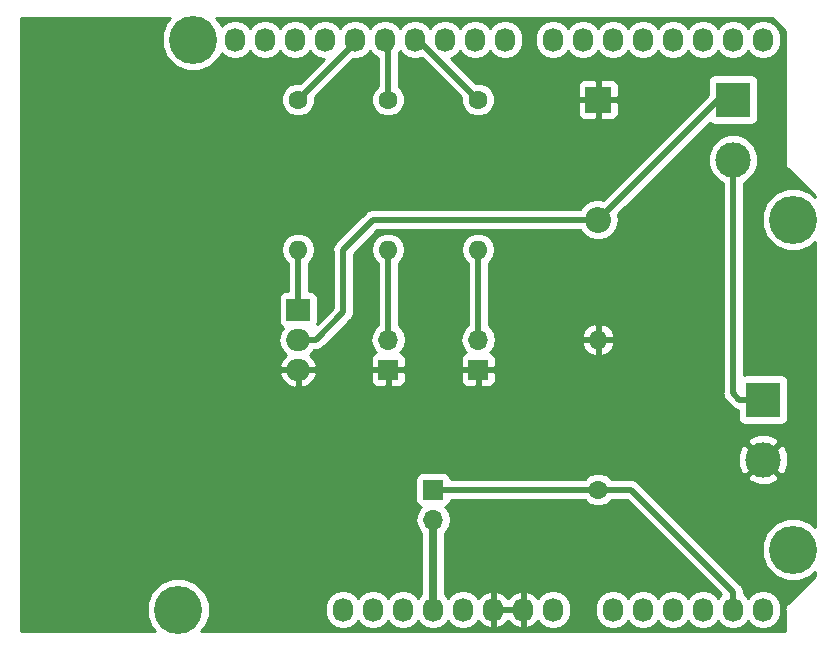
<source format=gtl>
G04 #@! TF.GenerationSoftware,KiCad,Pcbnew,(5.0.2)-1*
G04 #@! TF.CreationDate,2018-12-31T00:39:44+01:00*
G04 #@! TF.ProjectId,pcb,7063622e-6b69-4636-9164-5f7063625858,1.1*
G04 #@! TF.SameCoordinates,Original*
G04 #@! TF.FileFunction,Copper,L1,Top*
G04 #@! TF.FilePolarity,Positive*
%FSLAX46Y46*%
G04 Gerber Fmt 4.6, Leading zero omitted, Abs format (unit mm)*
G04 Created by KiCad (PCBNEW (5.0.2)-1) date 31/12/2018 00:39:44*
%MOMM*%
%LPD*%
G01*
G04 APERTURE LIST*
G04 #@! TA.AperFunction,ComponentPad*
%ADD10O,1.727200X2.032000*%
G04 #@! TD*
G04 #@! TA.AperFunction,ComponentPad*
%ADD11C,4.064000*%
G04 #@! TD*
G04 #@! TA.AperFunction,ComponentPad*
%ADD12O,2.200000X2.200000*%
G04 #@! TD*
G04 #@! TA.AperFunction,ComponentPad*
%ADD13R,2.200000X2.200000*%
G04 #@! TD*
G04 #@! TA.AperFunction,ComponentPad*
%ADD14R,3.000000X3.000000*%
G04 #@! TD*
G04 #@! TA.AperFunction,ComponentPad*
%ADD15C,3.000000*%
G04 #@! TD*
G04 #@! TA.AperFunction,ComponentPad*
%ADD16O,2.000000X1.905000*%
G04 #@! TD*
G04 #@! TA.AperFunction,ComponentPad*
%ADD17R,2.000000X1.905000*%
G04 #@! TD*
G04 #@! TA.AperFunction,ComponentPad*
%ADD18C,1.600000*%
G04 #@! TD*
G04 #@! TA.AperFunction,ComponentPad*
%ADD19O,1.600000X1.600000*%
G04 #@! TD*
G04 #@! TA.AperFunction,ComponentPad*
%ADD20R,1.700000X1.700000*%
G04 #@! TD*
G04 #@! TA.AperFunction,ComponentPad*
%ADD21O,1.700000X1.700000*%
G04 #@! TD*
G04 #@! TA.AperFunction,Conductor*
%ADD22C,0.500000*%
G04 #@! TD*
G04 #@! TA.AperFunction,Conductor*
%ADD23C,0.700000*%
G04 #@! TD*
G04 #@! TA.AperFunction,Conductor*
%ADD24C,0.254000*%
G04 #@! TD*
G04 APERTURE END LIST*
D10*
G04 #@! TO.P,P1,1*
G04 #@! TO.N,Net-(P1-Pad1)*
X138938000Y-123825000D03*
G04 #@! TO.P,P1,2*
G04 #@! TO.N,/IOREF*
X141478000Y-123825000D03*
G04 #@! TO.P,P1,3*
G04 #@! TO.N,/Reset*
X144018000Y-123825000D03*
G04 #@! TO.P,P1,4*
G04 #@! TO.N,+3V3*
X146558000Y-123825000D03*
G04 #@! TO.P,P1,5*
G04 #@! TO.N,Net-(P1-Pad5)*
X149098000Y-123825000D03*
G04 #@! TO.P,P1,6*
G04 #@! TO.N,GND*
X151638000Y-123825000D03*
G04 #@! TO.P,P1,7*
X154178000Y-123825000D03*
G04 #@! TO.P,P1,8*
G04 #@! TO.N,/Vin*
X156718000Y-123825000D03*
G04 #@! TD*
G04 #@! TO.P,P2,1*
G04 #@! TO.N,/A0*
X161798000Y-123825000D03*
G04 #@! TO.P,P2,2*
G04 #@! TO.N,/A1*
X164338000Y-123825000D03*
G04 #@! TO.P,P2,3*
G04 #@! TO.N,/A2*
X166878000Y-123825000D03*
G04 #@! TO.P,P2,4*
G04 #@! TO.N,/A3*
X169418000Y-123825000D03*
G04 #@! TO.P,P2,5*
G04 #@! TO.N,/A4(SDA)*
X171958000Y-123825000D03*
G04 #@! TO.P,P2,6*
G04 #@! TO.N,/A5(SCL)*
X174498000Y-123825000D03*
G04 #@! TD*
G04 #@! TO.P,P3,1*
G04 #@! TO.N,Net-(P3-Pad1)*
X129794000Y-75565000D03*
G04 #@! TO.P,P3,2*
G04 #@! TO.N,Net-(P3-Pad2)*
X132334000Y-75565000D03*
G04 #@! TO.P,P3,3*
G04 #@! TO.N,/AREF*
X134874000Y-75565000D03*
G04 #@! TO.P,P3,4*
G04 #@! TO.N,Net-(P3-Pad4)*
X137414000Y-75565000D03*
G04 #@! TO.P,P3,5*
G04 #@! TO.N,/13(SCK)*
X139954000Y-75565000D03*
G04 #@! TO.P,P3,6*
G04 #@! TO.N,/12(MISO)*
X142494000Y-75565000D03*
G04 #@! TO.P,P3,7*
G04 #@! TO.N,/11(\002A\002A/MOSI)*
X145034000Y-75565000D03*
G04 #@! TO.P,P3,8*
G04 #@! TO.N,/10(\002A\002A/SS)*
X147574000Y-75565000D03*
G04 #@! TO.P,P3,9*
G04 #@! TO.N,/9(\002A\002A)*
X150114000Y-75565000D03*
G04 #@! TO.P,P3,10*
G04 #@! TO.N,/8*
X152654000Y-75565000D03*
G04 #@! TD*
G04 #@! TO.P,P4,1*
G04 #@! TO.N,/7*
X156718000Y-75565000D03*
G04 #@! TO.P,P4,2*
G04 #@! TO.N,/6(\002A\002A)*
X159258000Y-75565000D03*
G04 #@! TO.P,P4,3*
G04 #@! TO.N,/5(\002A\002A)*
X161798000Y-75565000D03*
G04 #@! TO.P,P4,4*
G04 #@! TO.N,/4*
X164338000Y-75565000D03*
G04 #@! TO.P,P4,5*
G04 #@! TO.N,/3(\002A\002A)*
X166878000Y-75565000D03*
G04 #@! TO.P,P4,6*
G04 #@! TO.N,/2*
X169418000Y-75565000D03*
G04 #@! TO.P,P4,7*
G04 #@! TO.N,/1(Tx)*
X171958000Y-75565000D03*
G04 #@! TO.P,P4,8*
G04 #@! TO.N,/0(Rx)*
X174498000Y-75565000D03*
G04 #@! TD*
D11*
G04 #@! TO.P,P5,1*
G04 #@! TO.N,Net-(P5-Pad1)*
X124968000Y-123825000D03*
G04 #@! TD*
G04 #@! TO.P,P6,1*
G04 #@! TO.N,Net-(P6-Pad1)*
X177038000Y-118745000D03*
G04 #@! TD*
G04 #@! TO.P,P7,1*
G04 #@! TO.N,Net-(P7-Pad1)*
X126238000Y-75565000D03*
G04 #@! TD*
G04 #@! TO.P,P8,1*
G04 #@! TO.N,Net-(P8-Pad1)*
X177038000Y-90805000D03*
G04 #@! TD*
D12*
G04 #@! TO.P,D1,2*
G04 #@! TO.N,Net-(D1-Pad2)*
X160528000Y-90805000D03*
D13*
G04 #@! TO.P,D1,1*
G04 #@! TO.N,GND*
X160528000Y-80645000D03*
G04 #@! TD*
D14*
G04 #@! TO.P,J_ALIM1,1*
G04 #@! TO.N,Net-(J_ALIM1-Pad1)*
X174498000Y-106045000D03*
D15*
G04 #@! TO.P,J_ALIM1,2*
G04 #@! TO.N,GND*
X174498000Y-111125000D03*
G04 #@! TD*
G04 #@! TO.P,J_MAGNET1,2*
G04 #@! TO.N,Net-(J_ALIM1-Pad1)*
X171958000Y-85725000D03*
D14*
G04 #@! TO.P,J_MAGNET1,1*
G04 #@! TO.N,Net-(D1-Pad2)*
X171958000Y-80645000D03*
G04 #@! TD*
D16*
G04 #@! TO.P,Q1,3*
G04 #@! TO.N,GND*
X135128000Y-103505000D03*
G04 #@! TO.P,Q1,2*
G04 #@! TO.N,Net-(D1-Pad2)*
X135128000Y-100965000D03*
D17*
G04 #@! TO.P,Q1,1*
G04 #@! TO.N,Net-(Q1-Pad1)*
X135128000Y-98425000D03*
G04 #@! TD*
D18*
G04 #@! TO.P,R1,1*
G04 #@! TO.N,/13(SCK)*
X135128000Y-80645000D03*
D19*
G04 #@! TO.P,R1,2*
G04 #@! TO.N,Net-(Q1-Pad1)*
X135128000Y-93345000D03*
G04 #@! TD*
D18*
G04 #@! TO.P,R2,1*
G04 #@! TO.N,/12(MISO)*
X142748000Y-80645000D03*
D19*
G04 #@! TO.P,R2,2*
G04 #@! TO.N,Net-(DGREEN1-Pad2)*
X142748000Y-93345000D03*
G04 #@! TD*
G04 #@! TO.P,R3,2*
G04 #@! TO.N,Net-(DRED1-Pad2)*
X150368000Y-93345000D03*
D18*
G04 #@! TO.P,R3,1*
G04 #@! TO.N,/11(\002A\002A/MOSI)*
X150368000Y-80645000D03*
G04 #@! TD*
D19*
G04 #@! TO.P,R4,2*
G04 #@! TO.N,GND*
X160528000Y-100965000D03*
D18*
G04 #@! TO.P,R4,1*
G04 #@! TO.N,/A4(SDA)*
X160528000Y-113665000D03*
G04 #@! TD*
D20*
G04 #@! TO.P,R0,1*
G04 #@! TO.N,/A4(SDA)*
X146558000Y-113665000D03*
D21*
G04 #@! TO.P,R0,2*
G04 #@! TO.N,+3V3*
X146558000Y-116205000D03*
G04 #@! TD*
D20*
G04 #@! TO.P,DGREEN1,1*
G04 #@! TO.N,GND*
X142748000Y-103505000D03*
D21*
G04 #@! TO.P,DGREEN1,2*
G04 #@! TO.N,Net-(DGREEN1-Pad2)*
X142748000Y-100965000D03*
G04 #@! TD*
G04 #@! TO.P,DRED1,2*
G04 #@! TO.N,Net-(DRED1-Pad2)*
X150368000Y-100965000D03*
D20*
G04 #@! TO.P,DRED1,1*
G04 #@! TO.N,GND*
X150368000Y-103505000D03*
G04 #@! TD*
D22*
G04 #@! TO.N,/A4(SDA)*
X171958000Y-123825000D02*
X171958000Y-123672600D01*
X147908000Y-113665000D02*
X160528000Y-113665000D01*
X146558000Y-113665000D02*
X147908000Y-113665000D01*
X161659370Y-113665000D02*
X160528000Y-113665000D01*
X163314000Y-113665000D02*
X161659370Y-113665000D01*
X171958000Y-122309000D02*
X163314000Y-113665000D01*
X171958000Y-123825000D02*
X171958000Y-122309000D01*
G04 #@! TO.N,/13(SCK)*
X139954000Y-75565000D02*
X139954000Y-75717400D01*
X139954000Y-75819000D02*
X139954000Y-75565000D01*
X135128000Y-80645000D02*
X139954000Y-75819000D01*
D23*
G04 #@! TO.N,+3V3*
X146558000Y-122109000D02*
X146558000Y-116205000D01*
X146558000Y-123825000D02*
X146558000Y-122109000D01*
D22*
G04 #@! TO.N,/12(MISO)*
X142494000Y-75565000D02*
X142494000Y-75717400D01*
X142748000Y-75819000D02*
X142494000Y-75565000D01*
X142748000Y-80645000D02*
X142748000Y-75819000D01*
G04 #@! TO.N,/11(\002A\002A/MOSI)*
X145034000Y-75717400D02*
X145034000Y-75565000D01*
X145288000Y-75565000D02*
X145034000Y-75565000D01*
X150368000Y-80645000D02*
X145288000Y-75565000D01*
G04 #@! TO.N,Net-(D1-Pad2)*
X136628000Y-100965000D02*
X138938000Y-98655000D01*
X135128000Y-100965000D02*
X136628000Y-100965000D01*
X138938000Y-98655000D02*
X138938000Y-93345000D01*
X138938000Y-93345000D02*
X141478000Y-90805000D01*
X141478000Y-90805000D02*
X160528000Y-90805000D01*
X170688000Y-80645000D02*
X171958000Y-80645000D01*
X160528000Y-90805000D02*
X170688000Y-80645000D01*
G04 #@! TO.N,Net-(DGREEN1-Pad2)*
X142748000Y-100965000D02*
X142748000Y-93345000D01*
G04 #@! TO.N,Net-(DRED1-Pad2)*
X150368000Y-100965000D02*
X150368000Y-93345000D01*
G04 #@! TO.N,Net-(J_ALIM1-Pad1)*
X171958000Y-87846320D02*
X171958000Y-85725000D01*
X171958000Y-105505000D02*
X171958000Y-87846320D01*
X172498000Y-106045000D02*
X171958000Y-105505000D01*
X174498000Y-106045000D02*
X172498000Y-106045000D01*
G04 #@! TO.N,Net-(Q1-Pad1)*
X135128000Y-93345000D02*
X135128000Y-98425000D01*
G04 #@! TD*
D24*
G04 #@! TO.N,GND*
G36*
X123977026Y-74054266D02*
X123571000Y-75034501D01*
X123571000Y-76095499D01*
X123977026Y-77075734D01*
X124727266Y-77825974D01*
X125707501Y-78232000D01*
X126768499Y-78232000D01*
X127748734Y-77825974D01*
X128498974Y-77075734D01*
X128652156Y-76705918D01*
X128713570Y-76797830D01*
X129209276Y-77129050D01*
X129794000Y-77245359D01*
X130378725Y-77129050D01*
X130874430Y-76797830D01*
X131064000Y-76514119D01*
X131253570Y-76797830D01*
X131749276Y-77129050D01*
X132334000Y-77245359D01*
X132918725Y-77129050D01*
X133414430Y-76797830D01*
X133604000Y-76514119D01*
X133793570Y-76797830D01*
X134289276Y-77129050D01*
X134874000Y-77245359D01*
X135458725Y-77129050D01*
X135954430Y-76797830D01*
X136144000Y-76514119D01*
X136333570Y-76797830D01*
X136829276Y-77129050D01*
X137298948Y-77222474D01*
X135311422Y-79210000D01*
X134842561Y-79210000D01*
X134315138Y-79428466D01*
X133911466Y-79832138D01*
X133693000Y-80359561D01*
X133693000Y-80930439D01*
X133911466Y-81457862D01*
X134315138Y-81861534D01*
X134842561Y-82080000D01*
X135413439Y-82080000D01*
X135940862Y-81861534D01*
X136344534Y-81457862D01*
X136563000Y-80930439D01*
X136563000Y-80461578D01*
X139808218Y-77216361D01*
X139954000Y-77245359D01*
X140538725Y-77129050D01*
X141034430Y-76797830D01*
X141224000Y-76514119D01*
X141413570Y-76797830D01*
X141863001Y-77098130D01*
X141863000Y-79500604D01*
X141531466Y-79832138D01*
X141313000Y-80359561D01*
X141313000Y-80930439D01*
X141531466Y-81457862D01*
X141935138Y-81861534D01*
X142462561Y-82080000D01*
X143033439Y-82080000D01*
X143560862Y-81861534D01*
X143964534Y-81457862D01*
X144183000Y-80930439D01*
X144183000Y-80359561D01*
X143964534Y-79832138D01*
X143633000Y-79500604D01*
X143633000Y-76710174D01*
X143764000Y-76514119D01*
X143953570Y-76797830D01*
X144449276Y-77129050D01*
X145034000Y-77245359D01*
X145603500Y-77132078D01*
X148933000Y-80461579D01*
X148933000Y-80930439D01*
X149151466Y-81457862D01*
X149555138Y-81861534D01*
X150082561Y-82080000D01*
X150653439Y-82080000D01*
X151180862Y-81861534D01*
X151584534Y-81457862D01*
X151802871Y-80930750D01*
X158793000Y-80930750D01*
X158793000Y-81871309D01*
X158889673Y-82104698D01*
X159068301Y-82283327D01*
X159301690Y-82380000D01*
X160242250Y-82380000D01*
X160401000Y-82221250D01*
X160401000Y-80772000D01*
X160655000Y-80772000D01*
X160655000Y-82221250D01*
X160813750Y-82380000D01*
X161754310Y-82380000D01*
X161987699Y-82283327D01*
X162166327Y-82104698D01*
X162263000Y-81871309D01*
X162263000Y-80930750D01*
X162104250Y-80772000D01*
X160655000Y-80772000D01*
X160401000Y-80772000D01*
X158951750Y-80772000D01*
X158793000Y-80930750D01*
X151802871Y-80930750D01*
X151803000Y-80930439D01*
X151803000Y-80359561D01*
X151584534Y-79832138D01*
X151180862Y-79428466D01*
X151157264Y-79418691D01*
X158793000Y-79418691D01*
X158793000Y-80359250D01*
X158951750Y-80518000D01*
X160401000Y-80518000D01*
X160401000Y-79068750D01*
X160655000Y-79068750D01*
X160655000Y-80518000D01*
X162104250Y-80518000D01*
X162263000Y-80359250D01*
X162263000Y-79418691D01*
X162166327Y-79185302D01*
X161987699Y-79006673D01*
X161754310Y-78910000D01*
X160813750Y-78910000D01*
X160655000Y-79068750D01*
X160401000Y-79068750D01*
X160242250Y-78910000D01*
X159301690Y-78910000D01*
X159068301Y-79006673D01*
X158889673Y-79185302D01*
X158793000Y-79418691D01*
X151157264Y-79418691D01*
X150653439Y-79210000D01*
X150184579Y-79210000D01*
X148112770Y-77138191D01*
X148158725Y-77129050D01*
X148654430Y-76797830D01*
X148844000Y-76514119D01*
X149033570Y-76797830D01*
X149529276Y-77129050D01*
X150114000Y-77245359D01*
X150698725Y-77129050D01*
X151194430Y-76797830D01*
X151384000Y-76514119D01*
X151573570Y-76797830D01*
X152069276Y-77129050D01*
X152654000Y-77245359D01*
X153238725Y-77129050D01*
X153734430Y-76797830D01*
X154065650Y-76302124D01*
X154152600Y-75864997D01*
X154152600Y-75265003D01*
X155219400Y-75265003D01*
X155219400Y-75864998D01*
X155306350Y-76302125D01*
X155637570Y-76797830D01*
X156133276Y-77129050D01*
X156718000Y-77245359D01*
X157302725Y-77129050D01*
X157798430Y-76797830D01*
X157988000Y-76514119D01*
X158177570Y-76797830D01*
X158673276Y-77129050D01*
X159258000Y-77245359D01*
X159842725Y-77129050D01*
X160338430Y-76797830D01*
X160528000Y-76514119D01*
X160717570Y-76797830D01*
X161213276Y-77129050D01*
X161798000Y-77245359D01*
X162382725Y-77129050D01*
X162878430Y-76797830D01*
X163068000Y-76514119D01*
X163257570Y-76797830D01*
X163753276Y-77129050D01*
X164338000Y-77245359D01*
X164922725Y-77129050D01*
X165418430Y-76797830D01*
X165608000Y-76514119D01*
X165797570Y-76797830D01*
X166293276Y-77129050D01*
X166878000Y-77245359D01*
X167462725Y-77129050D01*
X167958430Y-76797830D01*
X168148000Y-76514119D01*
X168337570Y-76797830D01*
X168833276Y-77129050D01*
X169418000Y-77245359D01*
X170002725Y-77129050D01*
X170498430Y-76797830D01*
X170688000Y-76514119D01*
X170877570Y-76797830D01*
X171373276Y-77129050D01*
X171958000Y-77245359D01*
X172542725Y-77129050D01*
X173038430Y-76797830D01*
X173228000Y-76514119D01*
X173417570Y-76797830D01*
X173913276Y-77129050D01*
X174498000Y-77245359D01*
X175082725Y-77129050D01*
X175578430Y-76797830D01*
X175909650Y-76302124D01*
X175996600Y-75864997D01*
X175996600Y-75265002D01*
X175909650Y-74827875D01*
X175578430Y-74332170D01*
X175082724Y-74000950D01*
X174498000Y-73884641D01*
X173913275Y-74000950D01*
X173417570Y-74332170D01*
X173228000Y-74615881D01*
X173038430Y-74332170D01*
X172542724Y-74000950D01*
X171958000Y-73884641D01*
X171373275Y-74000950D01*
X170877570Y-74332170D01*
X170688000Y-74615881D01*
X170498430Y-74332170D01*
X170002724Y-74000950D01*
X169418000Y-73884641D01*
X168833275Y-74000950D01*
X168337570Y-74332170D01*
X168148000Y-74615881D01*
X167958430Y-74332170D01*
X167462724Y-74000950D01*
X166878000Y-73884641D01*
X166293275Y-74000950D01*
X165797570Y-74332170D01*
X165608000Y-74615881D01*
X165418430Y-74332170D01*
X164922724Y-74000950D01*
X164338000Y-73884641D01*
X163753275Y-74000950D01*
X163257570Y-74332170D01*
X163068000Y-74615881D01*
X162878430Y-74332170D01*
X162382724Y-74000950D01*
X161798000Y-73884641D01*
X161213275Y-74000950D01*
X160717570Y-74332170D01*
X160528000Y-74615881D01*
X160338430Y-74332170D01*
X159842724Y-74000950D01*
X159258000Y-73884641D01*
X158673275Y-74000950D01*
X158177570Y-74332170D01*
X157988000Y-74615881D01*
X157798430Y-74332170D01*
X157302724Y-74000950D01*
X156718000Y-73884641D01*
X156133275Y-74000950D01*
X155637570Y-74332170D01*
X155306350Y-74827876D01*
X155219400Y-75265003D01*
X154152600Y-75265003D01*
X154152600Y-75265002D01*
X154065650Y-74827875D01*
X153734430Y-74332170D01*
X153238724Y-74000950D01*
X152654000Y-73884641D01*
X152069275Y-74000950D01*
X151573570Y-74332170D01*
X151384000Y-74615881D01*
X151194430Y-74332170D01*
X150698724Y-74000950D01*
X150114000Y-73884641D01*
X149529275Y-74000950D01*
X149033570Y-74332170D01*
X148844000Y-74615881D01*
X148654430Y-74332170D01*
X148158724Y-74000950D01*
X147574000Y-73884641D01*
X146989275Y-74000950D01*
X146493570Y-74332170D01*
X146304000Y-74615881D01*
X146114430Y-74332170D01*
X145618724Y-74000950D01*
X145034000Y-73884641D01*
X144449275Y-74000950D01*
X143953570Y-74332170D01*
X143764000Y-74615881D01*
X143574430Y-74332170D01*
X143078724Y-74000950D01*
X142494000Y-73884641D01*
X141909275Y-74000950D01*
X141413570Y-74332170D01*
X141224000Y-74615881D01*
X141034430Y-74332170D01*
X140538724Y-74000950D01*
X139954000Y-73884641D01*
X139369275Y-74000950D01*
X138873570Y-74332170D01*
X138684000Y-74615881D01*
X138494430Y-74332170D01*
X137998724Y-74000950D01*
X137414000Y-73884641D01*
X136829275Y-74000950D01*
X136333570Y-74332170D01*
X136144000Y-74615881D01*
X135954430Y-74332170D01*
X135458724Y-74000950D01*
X134874000Y-73884641D01*
X134289275Y-74000950D01*
X133793570Y-74332170D01*
X133604000Y-74615881D01*
X133414430Y-74332170D01*
X132918724Y-74000950D01*
X132334000Y-73884641D01*
X131749275Y-74000950D01*
X131253570Y-74332170D01*
X131064000Y-74615881D01*
X130874430Y-74332170D01*
X130378724Y-74000950D01*
X129794000Y-73884641D01*
X129209275Y-74000950D01*
X128713570Y-74332170D01*
X128652156Y-74424082D01*
X128498974Y-74054266D01*
X128179708Y-73735000D01*
X175219910Y-73735000D01*
X176328001Y-74843092D01*
X176328000Y-85909076D01*
X176314091Y-85979000D01*
X176328000Y-86048924D01*
X176328000Y-86048925D01*
X176369195Y-86256027D01*
X176526119Y-86490880D01*
X176585402Y-86530492D01*
X178868001Y-88813092D01*
X178868001Y-88863293D01*
X178548734Y-88544026D01*
X177568499Y-88138000D01*
X176507501Y-88138000D01*
X175527266Y-88544026D01*
X174777026Y-89294266D01*
X174371000Y-90274501D01*
X174371000Y-91335499D01*
X174777026Y-92315734D01*
X175527266Y-93065974D01*
X176507501Y-93472000D01*
X177568499Y-93472000D01*
X178548734Y-93065974D01*
X178868001Y-92746707D01*
X178868000Y-116803292D01*
X178548734Y-116484026D01*
X177568499Y-116078000D01*
X176507501Y-116078000D01*
X175527266Y-116484026D01*
X174777026Y-117234266D01*
X174371000Y-118214501D01*
X174371000Y-119275499D01*
X174777026Y-120255734D01*
X175527266Y-121005974D01*
X176507501Y-121412000D01*
X177568499Y-121412000D01*
X178548734Y-121005974D01*
X178868000Y-120686708D01*
X178868000Y-120990909D01*
X176585402Y-123273508D01*
X176526120Y-123313119D01*
X176384544Y-123525002D01*
X176369196Y-123547972D01*
X176314091Y-123825000D01*
X176328001Y-123894929D01*
X176328000Y-125655000D01*
X126909708Y-125655000D01*
X127228974Y-125335734D01*
X127635000Y-124355499D01*
X127635000Y-123525003D01*
X137439400Y-123525003D01*
X137439400Y-124124998D01*
X137526350Y-124562125D01*
X137857570Y-125057830D01*
X138353276Y-125389050D01*
X138938000Y-125505359D01*
X139522725Y-125389050D01*
X140018430Y-125057830D01*
X140208000Y-124774119D01*
X140397570Y-125057830D01*
X140893276Y-125389050D01*
X141478000Y-125505359D01*
X142062725Y-125389050D01*
X142558430Y-125057830D01*
X142748000Y-124774119D01*
X142937570Y-125057830D01*
X143433276Y-125389050D01*
X144018000Y-125505359D01*
X144602725Y-125389050D01*
X145098430Y-125057830D01*
X145288000Y-124774119D01*
X145477570Y-125057830D01*
X145973276Y-125389050D01*
X146558000Y-125505359D01*
X147142725Y-125389050D01*
X147638430Y-125057830D01*
X147828000Y-124774119D01*
X148017570Y-125057830D01*
X148513276Y-125389050D01*
X149098000Y-125505359D01*
X149682725Y-125389050D01*
X150178430Y-125057830D01*
X150371909Y-124768267D01*
X150735964Y-125175732D01*
X151263209Y-125429709D01*
X151278974Y-125432358D01*
X151511000Y-125311217D01*
X151511000Y-123952000D01*
X151765000Y-123952000D01*
X151765000Y-125311217D01*
X151997026Y-125432358D01*
X152012791Y-125429709D01*
X152540036Y-125175732D01*
X152908000Y-124763892D01*
X153275964Y-125175732D01*
X153803209Y-125429709D01*
X153818974Y-125432358D01*
X154051000Y-125311217D01*
X154051000Y-123952000D01*
X151765000Y-123952000D01*
X151511000Y-123952000D01*
X151491000Y-123952000D01*
X151491000Y-123698000D01*
X151511000Y-123698000D01*
X151511000Y-122338783D01*
X151765000Y-122338783D01*
X151765000Y-123698000D01*
X154051000Y-123698000D01*
X154051000Y-122338783D01*
X154305000Y-122338783D01*
X154305000Y-123698000D01*
X154325000Y-123698000D01*
X154325000Y-123952000D01*
X154305000Y-123952000D01*
X154305000Y-125311217D01*
X154537026Y-125432358D01*
X154552791Y-125429709D01*
X155080036Y-125175732D01*
X155444090Y-124768268D01*
X155637570Y-125057830D01*
X156133276Y-125389050D01*
X156718000Y-125505359D01*
X157302725Y-125389050D01*
X157798430Y-125057830D01*
X158129650Y-124562124D01*
X158216600Y-124124997D01*
X158216600Y-123525002D01*
X158129650Y-123087875D01*
X157798430Y-122592170D01*
X157302724Y-122260950D01*
X156718000Y-122144641D01*
X156133275Y-122260950D01*
X155637570Y-122592170D01*
X155444091Y-122881733D01*
X155080036Y-122474268D01*
X154552791Y-122220291D01*
X154537026Y-122217642D01*
X154305000Y-122338783D01*
X154051000Y-122338783D01*
X153818974Y-122217642D01*
X153803209Y-122220291D01*
X153275964Y-122474268D01*
X152908000Y-122886108D01*
X152540036Y-122474268D01*
X152012791Y-122220291D01*
X151997026Y-122217642D01*
X151765000Y-122338783D01*
X151511000Y-122338783D01*
X151278974Y-122217642D01*
X151263209Y-122220291D01*
X150735964Y-122474268D01*
X150371910Y-122881732D01*
X150178430Y-122592170D01*
X149682724Y-122260950D01*
X149098000Y-122144641D01*
X148513275Y-122260950D01*
X148017570Y-122592170D01*
X147828000Y-122875881D01*
X147638430Y-122592170D01*
X147543000Y-122528406D01*
X147543000Y-117332838D01*
X147628625Y-117275625D01*
X147956839Y-116784418D01*
X148072092Y-116205000D01*
X147956839Y-115625582D01*
X147628625Y-115134375D01*
X147610381Y-115122184D01*
X147655765Y-115113157D01*
X147865809Y-114972809D01*
X148006157Y-114762765D01*
X148048478Y-114550000D01*
X159383604Y-114550000D01*
X159715138Y-114881534D01*
X160242561Y-115100000D01*
X160813439Y-115100000D01*
X161340862Y-114881534D01*
X161672396Y-114550000D01*
X162947422Y-114550000D01*
X170944722Y-122547301D01*
X170877570Y-122592170D01*
X170688000Y-122875881D01*
X170498430Y-122592170D01*
X170002724Y-122260950D01*
X169418000Y-122144641D01*
X168833275Y-122260950D01*
X168337570Y-122592170D01*
X168148000Y-122875881D01*
X167958430Y-122592170D01*
X167462724Y-122260950D01*
X166878000Y-122144641D01*
X166293275Y-122260950D01*
X165797570Y-122592170D01*
X165608000Y-122875881D01*
X165418430Y-122592170D01*
X164922724Y-122260950D01*
X164338000Y-122144641D01*
X163753275Y-122260950D01*
X163257570Y-122592170D01*
X163068000Y-122875881D01*
X162878430Y-122592170D01*
X162382724Y-122260950D01*
X161798000Y-122144641D01*
X161213275Y-122260950D01*
X160717570Y-122592170D01*
X160386350Y-123087876D01*
X160299400Y-123525003D01*
X160299400Y-124124998D01*
X160386350Y-124562125D01*
X160717570Y-125057830D01*
X161213276Y-125389050D01*
X161798000Y-125505359D01*
X162382725Y-125389050D01*
X162878430Y-125057830D01*
X163068000Y-124774119D01*
X163257570Y-125057830D01*
X163753276Y-125389050D01*
X164338000Y-125505359D01*
X164922725Y-125389050D01*
X165418430Y-125057830D01*
X165608000Y-124774119D01*
X165797570Y-125057830D01*
X166293276Y-125389050D01*
X166878000Y-125505359D01*
X167462725Y-125389050D01*
X167958430Y-125057830D01*
X168148000Y-124774119D01*
X168337570Y-125057830D01*
X168833276Y-125389050D01*
X169418000Y-125505359D01*
X170002725Y-125389050D01*
X170498430Y-125057830D01*
X170688000Y-124774119D01*
X170877570Y-125057830D01*
X171373276Y-125389050D01*
X171958000Y-125505359D01*
X172542725Y-125389050D01*
X173038430Y-125057830D01*
X173228000Y-124774119D01*
X173417570Y-125057830D01*
X173913276Y-125389050D01*
X174498000Y-125505359D01*
X175082725Y-125389050D01*
X175578430Y-125057830D01*
X175909650Y-124562124D01*
X175996600Y-124124997D01*
X175996600Y-123525002D01*
X175909650Y-123087875D01*
X175578430Y-122592170D01*
X175082724Y-122260950D01*
X174498000Y-122144641D01*
X173913275Y-122260950D01*
X173417570Y-122592170D01*
X173228000Y-122875881D01*
X173038430Y-122592170D01*
X172843000Y-122461588D01*
X172843000Y-122396160D01*
X172860337Y-122308999D01*
X172843000Y-122221838D01*
X172843000Y-122221835D01*
X172791652Y-121963690D01*
X172596049Y-121670951D01*
X172522156Y-121621577D01*
X164001425Y-113100847D01*
X163952049Y-113026951D01*
X163659310Y-112831348D01*
X163401165Y-112780000D01*
X163401161Y-112780000D01*
X163314000Y-112762663D01*
X163226839Y-112780000D01*
X161672396Y-112780000D01*
X161531366Y-112638970D01*
X173163635Y-112638970D01*
X173323418Y-112957739D01*
X174114187Y-113267723D01*
X174963387Y-113251497D01*
X175672582Y-112957739D01*
X175832365Y-112638970D01*
X174498000Y-111304605D01*
X173163635Y-112638970D01*
X161531366Y-112638970D01*
X161340862Y-112448466D01*
X160813439Y-112230000D01*
X160242561Y-112230000D01*
X159715138Y-112448466D01*
X159383604Y-112780000D01*
X148048478Y-112780000D01*
X148006157Y-112567235D01*
X147865809Y-112357191D01*
X147655765Y-112216843D01*
X147408000Y-112167560D01*
X145708000Y-112167560D01*
X145460235Y-112216843D01*
X145250191Y-112357191D01*
X145109843Y-112567235D01*
X145060560Y-112815000D01*
X145060560Y-114515000D01*
X145109843Y-114762765D01*
X145250191Y-114972809D01*
X145460235Y-115113157D01*
X145505619Y-115122184D01*
X145487375Y-115134375D01*
X145159161Y-115625582D01*
X145043908Y-116205000D01*
X145159161Y-116784418D01*
X145487375Y-117275625D01*
X145573001Y-117332838D01*
X145573000Y-122206011D01*
X145573001Y-122206016D01*
X145573001Y-122528405D01*
X145477570Y-122592170D01*
X145288000Y-122875881D01*
X145098430Y-122592170D01*
X144602724Y-122260950D01*
X144018000Y-122144641D01*
X143433275Y-122260950D01*
X142937570Y-122592170D01*
X142748000Y-122875881D01*
X142558430Y-122592170D01*
X142062724Y-122260950D01*
X141478000Y-122144641D01*
X140893275Y-122260950D01*
X140397570Y-122592170D01*
X140208000Y-122875881D01*
X140018430Y-122592170D01*
X139522724Y-122260950D01*
X138938000Y-122144641D01*
X138353275Y-122260950D01*
X137857570Y-122592170D01*
X137526350Y-123087876D01*
X137439400Y-123525003D01*
X127635000Y-123525003D01*
X127635000Y-123294501D01*
X127228974Y-122314266D01*
X126478734Y-121564026D01*
X125498499Y-121158000D01*
X124437501Y-121158000D01*
X123457266Y-121564026D01*
X122707026Y-122314266D01*
X122301000Y-123294501D01*
X122301000Y-124355499D01*
X122707026Y-125335734D01*
X123026292Y-125655000D01*
X111708000Y-125655000D01*
X111708000Y-110741187D01*
X172355277Y-110741187D01*
X172371503Y-111590387D01*
X172665261Y-112299582D01*
X172984030Y-112459365D01*
X174318395Y-111125000D01*
X174677605Y-111125000D01*
X176011970Y-112459365D01*
X176330739Y-112299582D01*
X176640723Y-111508813D01*
X176624497Y-110659613D01*
X176330739Y-109950418D01*
X176011970Y-109790635D01*
X174677605Y-111125000D01*
X174318395Y-111125000D01*
X172984030Y-109790635D01*
X172665261Y-109950418D01*
X172355277Y-110741187D01*
X111708000Y-110741187D01*
X111708000Y-109611030D01*
X173163635Y-109611030D01*
X174498000Y-110945395D01*
X175832365Y-109611030D01*
X175672582Y-109292261D01*
X174881813Y-108982277D01*
X174032613Y-108998503D01*
X173323418Y-109292261D01*
X173163635Y-109611030D01*
X111708000Y-109611030D01*
X111708000Y-103877980D01*
X133537437Y-103877980D01*
X133752027Y-104371924D01*
X134184909Y-104814318D01*
X134754136Y-105057380D01*
X135001000Y-104930572D01*
X135001000Y-103632000D01*
X135255000Y-103632000D01*
X135255000Y-104930572D01*
X135501864Y-105057380D01*
X136071091Y-104814318D01*
X136503973Y-104371924D01*
X136718563Y-103877980D01*
X136676020Y-103790750D01*
X141263000Y-103790750D01*
X141263000Y-104481310D01*
X141359673Y-104714699D01*
X141538302Y-104893327D01*
X141771691Y-104990000D01*
X142462250Y-104990000D01*
X142621000Y-104831250D01*
X142621000Y-103632000D01*
X142875000Y-103632000D01*
X142875000Y-104831250D01*
X143033750Y-104990000D01*
X143724309Y-104990000D01*
X143957698Y-104893327D01*
X144136327Y-104714699D01*
X144233000Y-104481310D01*
X144233000Y-103790750D01*
X148883000Y-103790750D01*
X148883000Y-104481310D01*
X148979673Y-104714699D01*
X149158302Y-104893327D01*
X149391691Y-104990000D01*
X150082250Y-104990000D01*
X150241000Y-104831250D01*
X150241000Y-103632000D01*
X150495000Y-103632000D01*
X150495000Y-104831250D01*
X150653750Y-104990000D01*
X151344309Y-104990000D01*
X151577698Y-104893327D01*
X151756327Y-104714699D01*
X151853000Y-104481310D01*
X151853000Y-103790750D01*
X151694250Y-103632000D01*
X150495000Y-103632000D01*
X150241000Y-103632000D01*
X149041750Y-103632000D01*
X148883000Y-103790750D01*
X144233000Y-103790750D01*
X144074250Y-103632000D01*
X142875000Y-103632000D01*
X142621000Y-103632000D01*
X141421750Y-103632000D01*
X141263000Y-103790750D01*
X136676020Y-103790750D01*
X136598594Y-103632000D01*
X135255000Y-103632000D01*
X135001000Y-103632000D01*
X133657406Y-103632000D01*
X133537437Y-103877980D01*
X111708000Y-103877980D01*
X111708000Y-100965000D01*
X133461900Y-100965000D01*
X133585109Y-101584411D01*
X133935977Y-102109523D01*
X134137474Y-102244159D01*
X133752027Y-102638076D01*
X133537437Y-103132020D01*
X133657406Y-103378000D01*
X135001000Y-103378000D01*
X135001000Y-103358000D01*
X135255000Y-103358000D01*
X135255000Y-103378000D01*
X136598594Y-103378000D01*
X136718563Y-103132020D01*
X136503973Y-102638076D01*
X136118526Y-102244159D01*
X136320023Y-102109523D01*
X136493430Y-101850000D01*
X136540839Y-101850000D01*
X136628000Y-101867337D01*
X136715161Y-101850000D01*
X136715165Y-101850000D01*
X136973310Y-101798652D01*
X137266049Y-101603049D01*
X137315425Y-101529153D01*
X137879578Y-100965000D01*
X141233908Y-100965000D01*
X141349161Y-101544418D01*
X141677375Y-102035625D01*
X141699033Y-102050096D01*
X141538302Y-102116673D01*
X141359673Y-102295301D01*
X141263000Y-102528690D01*
X141263000Y-103219250D01*
X141421750Y-103378000D01*
X142621000Y-103378000D01*
X142621000Y-103358000D01*
X142875000Y-103358000D01*
X142875000Y-103378000D01*
X144074250Y-103378000D01*
X144233000Y-103219250D01*
X144233000Y-102528690D01*
X144136327Y-102295301D01*
X143957698Y-102116673D01*
X143796967Y-102050096D01*
X143818625Y-102035625D01*
X144146839Y-101544418D01*
X144262092Y-100965000D01*
X148853908Y-100965000D01*
X148969161Y-101544418D01*
X149297375Y-102035625D01*
X149319033Y-102050096D01*
X149158302Y-102116673D01*
X148979673Y-102295301D01*
X148883000Y-102528690D01*
X148883000Y-103219250D01*
X149041750Y-103378000D01*
X150241000Y-103378000D01*
X150241000Y-103358000D01*
X150495000Y-103358000D01*
X150495000Y-103378000D01*
X151694250Y-103378000D01*
X151853000Y-103219250D01*
X151853000Y-102528690D01*
X151756327Y-102295301D01*
X151577698Y-102116673D01*
X151416967Y-102050096D01*
X151438625Y-102035625D01*
X151766839Y-101544418D01*
X151812663Y-101314041D01*
X159136086Y-101314041D01*
X159375611Y-101820134D01*
X159790577Y-102196041D01*
X160178961Y-102356904D01*
X160401000Y-102234915D01*
X160401000Y-101092000D01*
X160655000Y-101092000D01*
X160655000Y-102234915D01*
X160877039Y-102356904D01*
X161265423Y-102196041D01*
X161680389Y-101820134D01*
X161919914Y-101314041D01*
X161798629Y-101092000D01*
X160655000Y-101092000D01*
X160401000Y-101092000D01*
X159257371Y-101092000D01*
X159136086Y-101314041D01*
X151812663Y-101314041D01*
X151882092Y-100965000D01*
X151812664Y-100615959D01*
X159136086Y-100615959D01*
X159257371Y-100838000D01*
X160401000Y-100838000D01*
X160401000Y-99695085D01*
X160655000Y-99695085D01*
X160655000Y-100838000D01*
X161798629Y-100838000D01*
X161919914Y-100615959D01*
X161680389Y-100109866D01*
X161265423Y-99733959D01*
X160877039Y-99573096D01*
X160655000Y-99695085D01*
X160401000Y-99695085D01*
X160178961Y-99573096D01*
X159790577Y-99733959D01*
X159375611Y-100109866D01*
X159136086Y-100615959D01*
X151812664Y-100615959D01*
X151766839Y-100385582D01*
X151438625Y-99894375D01*
X151253000Y-99770344D01*
X151253000Y-94479521D01*
X151402577Y-94379577D01*
X151719740Y-93904909D01*
X151831113Y-93345000D01*
X151719740Y-92785091D01*
X151402577Y-92310423D01*
X150927909Y-91993260D01*
X150509333Y-91910000D01*
X150226667Y-91910000D01*
X149808091Y-91993260D01*
X149333423Y-92310423D01*
X149016260Y-92785091D01*
X148904887Y-93345000D01*
X149016260Y-93904909D01*
X149333423Y-94379577D01*
X149483001Y-94479522D01*
X149483000Y-99770344D01*
X149297375Y-99894375D01*
X148969161Y-100385582D01*
X148853908Y-100965000D01*
X144262092Y-100965000D01*
X144146839Y-100385582D01*
X143818625Y-99894375D01*
X143633000Y-99770344D01*
X143633000Y-94479521D01*
X143782577Y-94379577D01*
X144099740Y-93904909D01*
X144211113Y-93345000D01*
X144099740Y-92785091D01*
X143782577Y-92310423D01*
X143307909Y-91993260D01*
X142889333Y-91910000D01*
X142606667Y-91910000D01*
X142188091Y-91993260D01*
X141713423Y-92310423D01*
X141396260Y-92785091D01*
X141284887Y-93345000D01*
X141396260Y-93904909D01*
X141713423Y-94379577D01*
X141863001Y-94479522D01*
X141863000Y-99770344D01*
X141677375Y-99894375D01*
X141349161Y-100385582D01*
X141233908Y-100965000D01*
X137879578Y-100965000D01*
X139502156Y-99342423D01*
X139576049Y-99293049D01*
X139771652Y-99000310D01*
X139823000Y-98742165D01*
X139823000Y-98742161D01*
X139840337Y-98655001D01*
X139823000Y-98567841D01*
X139823000Y-93711578D01*
X141844579Y-91690000D01*
X159032672Y-91690000D01*
X159277135Y-92055865D01*
X159851037Y-92439334D01*
X160357120Y-92540000D01*
X160698880Y-92540000D01*
X161204963Y-92439334D01*
X161778865Y-92055865D01*
X162162334Y-91481963D01*
X162296990Y-90805000D01*
X162211146Y-90373432D01*
X167284256Y-85300322D01*
X169823000Y-85300322D01*
X169823000Y-86149678D01*
X170148034Y-86934380D01*
X170748620Y-87534966D01*
X171073000Y-87669329D01*
X171073000Y-87933484D01*
X171073001Y-87933489D01*
X171073000Y-105417839D01*
X171055663Y-105505000D01*
X171073000Y-105592161D01*
X171073000Y-105592164D01*
X171124348Y-105850309D01*
X171319951Y-106143049D01*
X171393847Y-106192425D01*
X171810575Y-106609153D01*
X171859951Y-106683049D01*
X172152690Y-106878652D01*
X172350560Y-106918011D01*
X172350560Y-107545000D01*
X172399843Y-107792765D01*
X172540191Y-108002809D01*
X172750235Y-108143157D01*
X172998000Y-108192440D01*
X175998000Y-108192440D01*
X176245765Y-108143157D01*
X176455809Y-108002809D01*
X176596157Y-107792765D01*
X176645440Y-107545000D01*
X176645440Y-104545000D01*
X176596157Y-104297235D01*
X176455809Y-104087191D01*
X176245765Y-103946843D01*
X175998000Y-103897560D01*
X172998000Y-103897560D01*
X172843000Y-103928391D01*
X172843000Y-87669329D01*
X173167380Y-87534966D01*
X173767966Y-86934380D01*
X174093000Y-86149678D01*
X174093000Y-85300322D01*
X173767966Y-84515620D01*
X173167380Y-83915034D01*
X172382678Y-83590000D01*
X171533322Y-83590000D01*
X170748620Y-83915034D01*
X170148034Y-84515620D01*
X169823000Y-85300322D01*
X167284256Y-85300322D01*
X169992812Y-82591766D01*
X170000191Y-82602809D01*
X170210235Y-82743157D01*
X170458000Y-82792440D01*
X173458000Y-82792440D01*
X173705765Y-82743157D01*
X173915809Y-82602809D01*
X174056157Y-82392765D01*
X174105440Y-82145000D01*
X174105440Y-79145000D01*
X174056157Y-78897235D01*
X173915809Y-78687191D01*
X173705765Y-78546843D01*
X173458000Y-78497560D01*
X170458000Y-78497560D01*
X170210235Y-78546843D01*
X170000191Y-78687191D01*
X169859843Y-78897235D01*
X169810560Y-79145000D01*
X169810560Y-80270861D01*
X160959568Y-89121854D01*
X160698880Y-89070000D01*
X160357120Y-89070000D01*
X159851037Y-89170666D01*
X159277135Y-89554135D01*
X159032672Y-89920000D01*
X141565159Y-89920000D01*
X141477999Y-89902663D01*
X141390839Y-89920000D01*
X141390835Y-89920000D01*
X141132690Y-89971348D01*
X141132688Y-89971349D01*
X141132689Y-89971349D01*
X140913845Y-90117576D01*
X140913844Y-90117577D01*
X140839951Y-90166951D01*
X140790577Y-90240844D01*
X138373845Y-92657577D01*
X138299952Y-92706951D01*
X138250578Y-92780844D01*
X138250576Y-92780846D01*
X138104348Y-92999691D01*
X138035663Y-93345000D01*
X138053001Y-93432165D01*
X138053000Y-98288421D01*
X136728640Y-99612782D01*
X136775440Y-99377500D01*
X136775440Y-97472500D01*
X136726157Y-97224735D01*
X136585809Y-97014691D01*
X136375765Y-96874343D01*
X136128000Y-96825060D01*
X136013000Y-96825060D01*
X136013000Y-94479521D01*
X136162577Y-94379577D01*
X136479740Y-93904909D01*
X136591113Y-93345000D01*
X136479740Y-92785091D01*
X136162577Y-92310423D01*
X135687909Y-91993260D01*
X135269333Y-91910000D01*
X134986667Y-91910000D01*
X134568091Y-91993260D01*
X134093423Y-92310423D01*
X133776260Y-92785091D01*
X133664887Y-93345000D01*
X133776260Y-93904909D01*
X134093423Y-94379577D01*
X134243000Y-94479521D01*
X134243001Y-96825060D01*
X134128000Y-96825060D01*
X133880235Y-96874343D01*
X133670191Y-97014691D01*
X133529843Y-97224735D01*
X133480560Y-97472500D01*
X133480560Y-99377500D01*
X133529843Y-99625265D01*
X133670191Y-99835309D01*
X133847088Y-99953509D01*
X133585109Y-100345589D01*
X133461900Y-100965000D01*
X111708000Y-100965000D01*
X111708000Y-73735000D01*
X124296292Y-73735000D01*
X123977026Y-74054266D01*
X123977026Y-74054266D01*
G37*
X123977026Y-74054266D02*
X123571000Y-75034501D01*
X123571000Y-76095499D01*
X123977026Y-77075734D01*
X124727266Y-77825974D01*
X125707501Y-78232000D01*
X126768499Y-78232000D01*
X127748734Y-77825974D01*
X128498974Y-77075734D01*
X128652156Y-76705918D01*
X128713570Y-76797830D01*
X129209276Y-77129050D01*
X129794000Y-77245359D01*
X130378725Y-77129050D01*
X130874430Y-76797830D01*
X131064000Y-76514119D01*
X131253570Y-76797830D01*
X131749276Y-77129050D01*
X132334000Y-77245359D01*
X132918725Y-77129050D01*
X133414430Y-76797830D01*
X133604000Y-76514119D01*
X133793570Y-76797830D01*
X134289276Y-77129050D01*
X134874000Y-77245359D01*
X135458725Y-77129050D01*
X135954430Y-76797830D01*
X136144000Y-76514119D01*
X136333570Y-76797830D01*
X136829276Y-77129050D01*
X137298948Y-77222474D01*
X135311422Y-79210000D01*
X134842561Y-79210000D01*
X134315138Y-79428466D01*
X133911466Y-79832138D01*
X133693000Y-80359561D01*
X133693000Y-80930439D01*
X133911466Y-81457862D01*
X134315138Y-81861534D01*
X134842561Y-82080000D01*
X135413439Y-82080000D01*
X135940862Y-81861534D01*
X136344534Y-81457862D01*
X136563000Y-80930439D01*
X136563000Y-80461578D01*
X139808218Y-77216361D01*
X139954000Y-77245359D01*
X140538725Y-77129050D01*
X141034430Y-76797830D01*
X141224000Y-76514119D01*
X141413570Y-76797830D01*
X141863001Y-77098130D01*
X141863000Y-79500604D01*
X141531466Y-79832138D01*
X141313000Y-80359561D01*
X141313000Y-80930439D01*
X141531466Y-81457862D01*
X141935138Y-81861534D01*
X142462561Y-82080000D01*
X143033439Y-82080000D01*
X143560862Y-81861534D01*
X143964534Y-81457862D01*
X144183000Y-80930439D01*
X144183000Y-80359561D01*
X143964534Y-79832138D01*
X143633000Y-79500604D01*
X143633000Y-76710174D01*
X143764000Y-76514119D01*
X143953570Y-76797830D01*
X144449276Y-77129050D01*
X145034000Y-77245359D01*
X145603500Y-77132078D01*
X148933000Y-80461579D01*
X148933000Y-80930439D01*
X149151466Y-81457862D01*
X149555138Y-81861534D01*
X150082561Y-82080000D01*
X150653439Y-82080000D01*
X151180862Y-81861534D01*
X151584534Y-81457862D01*
X151802871Y-80930750D01*
X158793000Y-80930750D01*
X158793000Y-81871309D01*
X158889673Y-82104698D01*
X159068301Y-82283327D01*
X159301690Y-82380000D01*
X160242250Y-82380000D01*
X160401000Y-82221250D01*
X160401000Y-80772000D01*
X160655000Y-80772000D01*
X160655000Y-82221250D01*
X160813750Y-82380000D01*
X161754310Y-82380000D01*
X161987699Y-82283327D01*
X162166327Y-82104698D01*
X162263000Y-81871309D01*
X162263000Y-80930750D01*
X162104250Y-80772000D01*
X160655000Y-80772000D01*
X160401000Y-80772000D01*
X158951750Y-80772000D01*
X158793000Y-80930750D01*
X151802871Y-80930750D01*
X151803000Y-80930439D01*
X151803000Y-80359561D01*
X151584534Y-79832138D01*
X151180862Y-79428466D01*
X151157264Y-79418691D01*
X158793000Y-79418691D01*
X158793000Y-80359250D01*
X158951750Y-80518000D01*
X160401000Y-80518000D01*
X160401000Y-79068750D01*
X160655000Y-79068750D01*
X160655000Y-80518000D01*
X162104250Y-80518000D01*
X162263000Y-80359250D01*
X162263000Y-79418691D01*
X162166327Y-79185302D01*
X161987699Y-79006673D01*
X161754310Y-78910000D01*
X160813750Y-78910000D01*
X160655000Y-79068750D01*
X160401000Y-79068750D01*
X160242250Y-78910000D01*
X159301690Y-78910000D01*
X159068301Y-79006673D01*
X158889673Y-79185302D01*
X158793000Y-79418691D01*
X151157264Y-79418691D01*
X150653439Y-79210000D01*
X150184579Y-79210000D01*
X148112770Y-77138191D01*
X148158725Y-77129050D01*
X148654430Y-76797830D01*
X148844000Y-76514119D01*
X149033570Y-76797830D01*
X149529276Y-77129050D01*
X150114000Y-77245359D01*
X150698725Y-77129050D01*
X151194430Y-76797830D01*
X151384000Y-76514119D01*
X151573570Y-76797830D01*
X152069276Y-77129050D01*
X152654000Y-77245359D01*
X153238725Y-77129050D01*
X153734430Y-76797830D01*
X154065650Y-76302124D01*
X154152600Y-75864997D01*
X154152600Y-75265003D01*
X155219400Y-75265003D01*
X155219400Y-75864998D01*
X155306350Y-76302125D01*
X155637570Y-76797830D01*
X156133276Y-77129050D01*
X156718000Y-77245359D01*
X157302725Y-77129050D01*
X157798430Y-76797830D01*
X157988000Y-76514119D01*
X158177570Y-76797830D01*
X158673276Y-77129050D01*
X159258000Y-77245359D01*
X159842725Y-77129050D01*
X160338430Y-76797830D01*
X160528000Y-76514119D01*
X160717570Y-76797830D01*
X161213276Y-77129050D01*
X161798000Y-77245359D01*
X162382725Y-77129050D01*
X162878430Y-76797830D01*
X163068000Y-76514119D01*
X163257570Y-76797830D01*
X163753276Y-77129050D01*
X164338000Y-77245359D01*
X164922725Y-77129050D01*
X165418430Y-76797830D01*
X165608000Y-76514119D01*
X165797570Y-76797830D01*
X166293276Y-77129050D01*
X166878000Y-77245359D01*
X167462725Y-77129050D01*
X167958430Y-76797830D01*
X168148000Y-76514119D01*
X168337570Y-76797830D01*
X168833276Y-77129050D01*
X169418000Y-77245359D01*
X170002725Y-77129050D01*
X170498430Y-76797830D01*
X170688000Y-76514119D01*
X170877570Y-76797830D01*
X171373276Y-77129050D01*
X171958000Y-77245359D01*
X172542725Y-77129050D01*
X173038430Y-76797830D01*
X173228000Y-76514119D01*
X173417570Y-76797830D01*
X173913276Y-77129050D01*
X174498000Y-77245359D01*
X175082725Y-77129050D01*
X175578430Y-76797830D01*
X175909650Y-76302124D01*
X175996600Y-75864997D01*
X175996600Y-75265002D01*
X175909650Y-74827875D01*
X175578430Y-74332170D01*
X175082724Y-74000950D01*
X174498000Y-73884641D01*
X173913275Y-74000950D01*
X173417570Y-74332170D01*
X173228000Y-74615881D01*
X173038430Y-74332170D01*
X172542724Y-74000950D01*
X171958000Y-73884641D01*
X171373275Y-74000950D01*
X170877570Y-74332170D01*
X170688000Y-74615881D01*
X170498430Y-74332170D01*
X170002724Y-74000950D01*
X169418000Y-73884641D01*
X168833275Y-74000950D01*
X168337570Y-74332170D01*
X168148000Y-74615881D01*
X167958430Y-74332170D01*
X167462724Y-74000950D01*
X166878000Y-73884641D01*
X166293275Y-74000950D01*
X165797570Y-74332170D01*
X165608000Y-74615881D01*
X165418430Y-74332170D01*
X164922724Y-74000950D01*
X164338000Y-73884641D01*
X163753275Y-74000950D01*
X163257570Y-74332170D01*
X163068000Y-74615881D01*
X162878430Y-74332170D01*
X162382724Y-74000950D01*
X161798000Y-73884641D01*
X161213275Y-74000950D01*
X160717570Y-74332170D01*
X160528000Y-74615881D01*
X160338430Y-74332170D01*
X159842724Y-74000950D01*
X159258000Y-73884641D01*
X158673275Y-74000950D01*
X158177570Y-74332170D01*
X157988000Y-74615881D01*
X157798430Y-74332170D01*
X157302724Y-74000950D01*
X156718000Y-73884641D01*
X156133275Y-74000950D01*
X155637570Y-74332170D01*
X155306350Y-74827876D01*
X155219400Y-75265003D01*
X154152600Y-75265003D01*
X154152600Y-75265002D01*
X154065650Y-74827875D01*
X153734430Y-74332170D01*
X153238724Y-74000950D01*
X152654000Y-73884641D01*
X152069275Y-74000950D01*
X151573570Y-74332170D01*
X151384000Y-74615881D01*
X151194430Y-74332170D01*
X150698724Y-74000950D01*
X150114000Y-73884641D01*
X149529275Y-74000950D01*
X149033570Y-74332170D01*
X148844000Y-74615881D01*
X148654430Y-74332170D01*
X148158724Y-74000950D01*
X147574000Y-73884641D01*
X146989275Y-74000950D01*
X146493570Y-74332170D01*
X146304000Y-74615881D01*
X146114430Y-74332170D01*
X145618724Y-74000950D01*
X145034000Y-73884641D01*
X144449275Y-74000950D01*
X143953570Y-74332170D01*
X143764000Y-74615881D01*
X143574430Y-74332170D01*
X143078724Y-74000950D01*
X142494000Y-73884641D01*
X141909275Y-74000950D01*
X141413570Y-74332170D01*
X141224000Y-74615881D01*
X141034430Y-74332170D01*
X140538724Y-74000950D01*
X139954000Y-73884641D01*
X139369275Y-74000950D01*
X138873570Y-74332170D01*
X138684000Y-74615881D01*
X138494430Y-74332170D01*
X137998724Y-74000950D01*
X137414000Y-73884641D01*
X136829275Y-74000950D01*
X136333570Y-74332170D01*
X136144000Y-74615881D01*
X135954430Y-74332170D01*
X135458724Y-74000950D01*
X134874000Y-73884641D01*
X134289275Y-74000950D01*
X133793570Y-74332170D01*
X133604000Y-74615881D01*
X133414430Y-74332170D01*
X132918724Y-74000950D01*
X132334000Y-73884641D01*
X131749275Y-74000950D01*
X131253570Y-74332170D01*
X131064000Y-74615881D01*
X130874430Y-74332170D01*
X130378724Y-74000950D01*
X129794000Y-73884641D01*
X129209275Y-74000950D01*
X128713570Y-74332170D01*
X128652156Y-74424082D01*
X128498974Y-74054266D01*
X128179708Y-73735000D01*
X175219910Y-73735000D01*
X176328001Y-74843092D01*
X176328000Y-85909076D01*
X176314091Y-85979000D01*
X176328000Y-86048924D01*
X176328000Y-86048925D01*
X176369195Y-86256027D01*
X176526119Y-86490880D01*
X176585402Y-86530492D01*
X178868001Y-88813092D01*
X178868001Y-88863293D01*
X178548734Y-88544026D01*
X177568499Y-88138000D01*
X176507501Y-88138000D01*
X175527266Y-88544026D01*
X174777026Y-89294266D01*
X174371000Y-90274501D01*
X174371000Y-91335499D01*
X174777026Y-92315734D01*
X175527266Y-93065974D01*
X176507501Y-93472000D01*
X177568499Y-93472000D01*
X178548734Y-93065974D01*
X178868001Y-92746707D01*
X178868000Y-116803292D01*
X178548734Y-116484026D01*
X177568499Y-116078000D01*
X176507501Y-116078000D01*
X175527266Y-116484026D01*
X174777026Y-117234266D01*
X174371000Y-118214501D01*
X174371000Y-119275499D01*
X174777026Y-120255734D01*
X175527266Y-121005974D01*
X176507501Y-121412000D01*
X177568499Y-121412000D01*
X178548734Y-121005974D01*
X178868000Y-120686708D01*
X178868000Y-120990909D01*
X176585402Y-123273508D01*
X176526120Y-123313119D01*
X176384544Y-123525002D01*
X176369196Y-123547972D01*
X176314091Y-123825000D01*
X176328001Y-123894929D01*
X176328000Y-125655000D01*
X126909708Y-125655000D01*
X127228974Y-125335734D01*
X127635000Y-124355499D01*
X127635000Y-123525003D01*
X137439400Y-123525003D01*
X137439400Y-124124998D01*
X137526350Y-124562125D01*
X137857570Y-125057830D01*
X138353276Y-125389050D01*
X138938000Y-125505359D01*
X139522725Y-125389050D01*
X140018430Y-125057830D01*
X140208000Y-124774119D01*
X140397570Y-125057830D01*
X140893276Y-125389050D01*
X141478000Y-125505359D01*
X142062725Y-125389050D01*
X142558430Y-125057830D01*
X142748000Y-124774119D01*
X142937570Y-125057830D01*
X143433276Y-125389050D01*
X144018000Y-125505359D01*
X144602725Y-125389050D01*
X145098430Y-125057830D01*
X145288000Y-124774119D01*
X145477570Y-125057830D01*
X145973276Y-125389050D01*
X146558000Y-125505359D01*
X147142725Y-125389050D01*
X147638430Y-125057830D01*
X147828000Y-124774119D01*
X148017570Y-125057830D01*
X148513276Y-125389050D01*
X149098000Y-125505359D01*
X149682725Y-125389050D01*
X150178430Y-125057830D01*
X150371909Y-124768267D01*
X150735964Y-125175732D01*
X151263209Y-125429709D01*
X151278974Y-125432358D01*
X151511000Y-125311217D01*
X151511000Y-123952000D01*
X151765000Y-123952000D01*
X151765000Y-125311217D01*
X151997026Y-125432358D01*
X152012791Y-125429709D01*
X152540036Y-125175732D01*
X152908000Y-124763892D01*
X153275964Y-125175732D01*
X153803209Y-125429709D01*
X153818974Y-125432358D01*
X154051000Y-125311217D01*
X154051000Y-123952000D01*
X151765000Y-123952000D01*
X151511000Y-123952000D01*
X151491000Y-123952000D01*
X151491000Y-123698000D01*
X151511000Y-123698000D01*
X151511000Y-122338783D01*
X151765000Y-122338783D01*
X151765000Y-123698000D01*
X154051000Y-123698000D01*
X154051000Y-122338783D01*
X154305000Y-122338783D01*
X154305000Y-123698000D01*
X154325000Y-123698000D01*
X154325000Y-123952000D01*
X154305000Y-123952000D01*
X154305000Y-125311217D01*
X154537026Y-125432358D01*
X154552791Y-125429709D01*
X155080036Y-125175732D01*
X155444090Y-124768268D01*
X155637570Y-125057830D01*
X156133276Y-125389050D01*
X156718000Y-125505359D01*
X157302725Y-125389050D01*
X157798430Y-125057830D01*
X158129650Y-124562124D01*
X158216600Y-124124997D01*
X158216600Y-123525002D01*
X158129650Y-123087875D01*
X157798430Y-122592170D01*
X157302724Y-122260950D01*
X156718000Y-122144641D01*
X156133275Y-122260950D01*
X155637570Y-122592170D01*
X155444091Y-122881733D01*
X155080036Y-122474268D01*
X154552791Y-122220291D01*
X154537026Y-122217642D01*
X154305000Y-122338783D01*
X154051000Y-122338783D01*
X153818974Y-122217642D01*
X153803209Y-122220291D01*
X153275964Y-122474268D01*
X152908000Y-122886108D01*
X152540036Y-122474268D01*
X152012791Y-122220291D01*
X151997026Y-122217642D01*
X151765000Y-122338783D01*
X151511000Y-122338783D01*
X151278974Y-122217642D01*
X151263209Y-122220291D01*
X150735964Y-122474268D01*
X150371910Y-122881732D01*
X150178430Y-122592170D01*
X149682724Y-122260950D01*
X149098000Y-122144641D01*
X148513275Y-122260950D01*
X148017570Y-122592170D01*
X147828000Y-122875881D01*
X147638430Y-122592170D01*
X147543000Y-122528406D01*
X147543000Y-117332838D01*
X147628625Y-117275625D01*
X147956839Y-116784418D01*
X148072092Y-116205000D01*
X147956839Y-115625582D01*
X147628625Y-115134375D01*
X147610381Y-115122184D01*
X147655765Y-115113157D01*
X147865809Y-114972809D01*
X148006157Y-114762765D01*
X148048478Y-114550000D01*
X159383604Y-114550000D01*
X159715138Y-114881534D01*
X160242561Y-115100000D01*
X160813439Y-115100000D01*
X161340862Y-114881534D01*
X161672396Y-114550000D01*
X162947422Y-114550000D01*
X170944722Y-122547301D01*
X170877570Y-122592170D01*
X170688000Y-122875881D01*
X170498430Y-122592170D01*
X170002724Y-122260950D01*
X169418000Y-122144641D01*
X168833275Y-122260950D01*
X168337570Y-122592170D01*
X168148000Y-122875881D01*
X167958430Y-122592170D01*
X167462724Y-122260950D01*
X166878000Y-122144641D01*
X166293275Y-122260950D01*
X165797570Y-122592170D01*
X165608000Y-122875881D01*
X165418430Y-122592170D01*
X164922724Y-122260950D01*
X164338000Y-122144641D01*
X163753275Y-122260950D01*
X163257570Y-122592170D01*
X163068000Y-122875881D01*
X162878430Y-122592170D01*
X162382724Y-122260950D01*
X161798000Y-122144641D01*
X161213275Y-122260950D01*
X160717570Y-122592170D01*
X160386350Y-123087876D01*
X160299400Y-123525003D01*
X160299400Y-124124998D01*
X160386350Y-124562125D01*
X160717570Y-125057830D01*
X161213276Y-125389050D01*
X161798000Y-125505359D01*
X162382725Y-125389050D01*
X162878430Y-125057830D01*
X163068000Y-124774119D01*
X163257570Y-125057830D01*
X163753276Y-125389050D01*
X164338000Y-125505359D01*
X164922725Y-125389050D01*
X165418430Y-125057830D01*
X165608000Y-124774119D01*
X165797570Y-125057830D01*
X166293276Y-125389050D01*
X166878000Y-125505359D01*
X167462725Y-125389050D01*
X167958430Y-125057830D01*
X168148000Y-124774119D01*
X168337570Y-125057830D01*
X168833276Y-125389050D01*
X169418000Y-125505359D01*
X170002725Y-125389050D01*
X170498430Y-125057830D01*
X170688000Y-124774119D01*
X170877570Y-125057830D01*
X171373276Y-125389050D01*
X171958000Y-125505359D01*
X172542725Y-125389050D01*
X173038430Y-125057830D01*
X173228000Y-124774119D01*
X173417570Y-125057830D01*
X173913276Y-125389050D01*
X174498000Y-125505359D01*
X175082725Y-125389050D01*
X175578430Y-125057830D01*
X175909650Y-124562124D01*
X175996600Y-124124997D01*
X175996600Y-123525002D01*
X175909650Y-123087875D01*
X175578430Y-122592170D01*
X175082724Y-122260950D01*
X174498000Y-122144641D01*
X173913275Y-122260950D01*
X173417570Y-122592170D01*
X173228000Y-122875881D01*
X173038430Y-122592170D01*
X172843000Y-122461588D01*
X172843000Y-122396160D01*
X172860337Y-122308999D01*
X172843000Y-122221838D01*
X172843000Y-122221835D01*
X172791652Y-121963690D01*
X172596049Y-121670951D01*
X172522156Y-121621577D01*
X164001425Y-113100847D01*
X163952049Y-113026951D01*
X163659310Y-112831348D01*
X163401165Y-112780000D01*
X163401161Y-112780000D01*
X163314000Y-112762663D01*
X163226839Y-112780000D01*
X161672396Y-112780000D01*
X161531366Y-112638970D01*
X173163635Y-112638970D01*
X173323418Y-112957739D01*
X174114187Y-113267723D01*
X174963387Y-113251497D01*
X175672582Y-112957739D01*
X175832365Y-112638970D01*
X174498000Y-111304605D01*
X173163635Y-112638970D01*
X161531366Y-112638970D01*
X161340862Y-112448466D01*
X160813439Y-112230000D01*
X160242561Y-112230000D01*
X159715138Y-112448466D01*
X159383604Y-112780000D01*
X148048478Y-112780000D01*
X148006157Y-112567235D01*
X147865809Y-112357191D01*
X147655765Y-112216843D01*
X147408000Y-112167560D01*
X145708000Y-112167560D01*
X145460235Y-112216843D01*
X145250191Y-112357191D01*
X145109843Y-112567235D01*
X145060560Y-112815000D01*
X145060560Y-114515000D01*
X145109843Y-114762765D01*
X145250191Y-114972809D01*
X145460235Y-115113157D01*
X145505619Y-115122184D01*
X145487375Y-115134375D01*
X145159161Y-115625582D01*
X145043908Y-116205000D01*
X145159161Y-116784418D01*
X145487375Y-117275625D01*
X145573001Y-117332838D01*
X145573000Y-122206011D01*
X145573001Y-122206016D01*
X145573001Y-122528405D01*
X145477570Y-122592170D01*
X145288000Y-122875881D01*
X145098430Y-122592170D01*
X144602724Y-122260950D01*
X144018000Y-122144641D01*
X143433275Y-122260950D01*
X142937570Y-122592170D01*
X142748000Y-122875881D01*
X142558430Y-122592170D01*
X142062724Y-122260950D01*
X141478000Y-122144641D01*
X140893275Y-122260950D01*
X140397570Y-122592170D01*
X140208000Y-122875881D01*
X140018430Y-122592170D01*
X139522724Y-122260950D01*
X138938000Y-122144641D01*
X138353275Y-122260950D01*
X137857570Y-122592170D01*
X137526350Y-123087876D01*
X137439400Y-123525003D01*
X127635000Y-123525003D01*
X127635000Y-123294501D01*
X127228974Y-122314266D01*
X126478734Y-121564026D01*
X125498499Y-121158000D01*
X124437501Y-121158000D01*
X123457266Y-121564026D01*
X122707026Y-122314266D01*
X122301000Y-123294501D01*
X122301000Y-124355499D01*
X122707026Y-125335734D01*
X123026292Y-125655000D01*
X111708000Y-125655000D01*
X111708000Y-110741187D01*
X172355277Y-110741187D01*
X172371503Y-111590387D01*
X172665261Y-112299582D01*
X172984030Y-112459365D01*
X174318395Y-111125000D01*
X174677605Y-111125000D01*
X176011970Y-112459365D01*
X176330739Y-112299582D01*
X176640723Y-111508813D01*
X176624497Y-110659613D01*
X176330739Y-109950418D01*
X176011970Y-109790635D01*
X174677605Y-111125000D01*
X174318395Y-111125000D01*
X172984030Y-109790635D01*
X172665261Y-109950418D01*
X172355277Y-110741187D01*
X111708000Y-110741187D01*
X111708000Y-109611030D01*
X173163635Y-109611030D01*
X174498000Y-110945395D01*
X175832365Y-109611030D01*
X175672582Y-109292261D01*
X174881813Y-108982277D01*
X174032613Y-108998503D01*
X173323418Y-109292261D01*
X173163635Y-109611030D01*
X111708000Y-109611030D01*
X111708000Y-103877980D01*
X133537437Y-103877980D01*
X133752027Y-104371924D01*
X134184909Y-104814318D01*
X134754136Y-105057380D01*
X135001000Y-104930572D01*
X135001000Y-103632000D01*
X135255000Y-103632000D01*
X135255000Y-104930572D01*
X135501864Y-105057380D01*
X136071091Y-104814318D01*
X136503973Y-104371924D01*
X136718563Y-103877980D01*
X136676020Y-103790750D01*
X141263000Y-103790750D01*
X141263000Y-104481310D01*
X141359673Y-104714699D01*
X141538302Y-104893327D01*
X141771691Y-104990000D01*
X142462250Y-104990000D01*
X142621000Y-104831250D01*
X142621000Y-103632000D01*
X142875000Y-103632000D01*
X142875000Y-104831250D01*
X143033750Y-104990000D01*
X143724309Y-104990000D01*
X143957698Y-104893327D01*
X144136327Y-104714699D01*
X144233000Y-104481310D01*
X144233000Y-103790750D01*
X148883000Y-103790750D01*
X148883000Y-104481310D01*
X148979673Y-104714699D01*
X149158302Y-104893327D01*
X149391691Y-104990000D01*
X150082250Y-104990000D01*
X150241000Y-104831250D01*
X150241000Y-103632000D01*
X150495000Y-103632000D01*
X150495000Y-104831250D01*
X150653750Y-104990000D01*
X151344309Y-104990000D01*
X151577698Y-104893327D01*
X151756327Y-104714699D01*
X151853000Y-104481310D01*
X151853000Y-103790750D01*
X151694250Y-103632000D01*
X150495000Y-103632000D01*
X150241000Y-103632000D01*
X149041750Y-103632000D01*
X148883000Y-103790750D01*
X144233000Y-103790750D01*
X144074250Y-103632000D01*
X142875000Y-103632000D01*
X142621000Y-103632000D01*
X141421750Y-103632000D01*
X141263000Y-103790750D01*
X136676020Y-103790750D01*
X136598594Y-103632000D01*
X135255000Y-103632000D01*
X135001000Y-103632000D01*
X133657406Y-103632000D01*
X133537437Y-103877980D01*
X111708000Y-103877980D01*
X111708000Y-100965000D01*
X133461900Y-100965000D01*
X133585109Y-101584411D01*
X133935977Y-102109523D01*
X134137474Y-102244159D01*
X133752027Y-102638076D01*
X133537437Y-103132020D01*
X133657406Y-103378000D01*
X135001000Y-103378000D01*
X135001000Y-103358000D01*
X135255000Y-103358000D01*
X135255000Y-103378000D01*
X136598594Y-103378000D01*
X136718563Y-103132020D01*
X136503973Y-102638076D01*
X136118526Y-102244159D01*
X136320023Y-102109523D01*
X136493430Y-101850000D01*
X136540839Y-101850000D01*
X136628000Y-101867337D01*
X136715161Y-101850000D01*
X136715165Y-101850000D01*
X136973310Y-101798652D01*
X137266049Y-101603049D01*
X137315425Y-101529153D01*
X137879578Y-100965000D01*
X141233908Y-100965000D01*
X141349161Y-101544418D01*
X141677375Y-102035625D01*
X141699033Y-102050096D01*
X141538302Y-102116673D01*
X141359673Y-102295301D01*
X141263000Y-102528690D01*
X141263000Y-103219250D01*
X141421750Y-103378000D01*
X142621000Y-103378000D01*
X142621000Y-103358000D01*
X142875000Y-103358000D01*
X142875000Y-103378000D01*
X144074250Y-103378000D01*
X144233000Y-103219250D01*
X144233000Y-102528690D01*
X144136327Y-102295301D01*
X143957698Y-102116673D01*
X143796967Y-102050096D01*
X143818625Y-102035625D01*
X144146839Y-101544418D01*
X144262092Y-100965000D01*
X148853908Y-100965000D01*
X148969161Y-101544418D01*
X149297375Y-102035625D01*
X149319033Y-102050096D01*
X149158302Y-102116673D01*
X148979673Y-102295301D01*
X148883000Y-102528690D01*
X148883000Y-103219250D01*
X149041750Y-103378000D01*
X150241000Y-103378000D01*
X150241000Y-103358000D01*
X150495000Y-103358000D01*
X150495000Y-103378000D01*
X151694250Y-103378000D01*
X151853000Y-103219250D01*
X151853000Y-102528690D01*
X151756327Y-102295301D01*
X151577698Y-102116673D01*
X151416967Y-102050096D01*
X151438625Y-102035625D01*
X151766839Y-101544418D01*
X151812663Y-101314041D01*
X159136086Y-101314041D01*
X159375611Y-101820134D01*
X159790577Y-102196041D01*
X160178961Y-102356904D01*
X160401000Y-102234915D01*
X160401000Y-101092000D01*
X160655000Y-101092000D01*
X160655000Y-102234915D01*
X160877039Y-102356904D01*
X161265423Y-102196041D01*
X161680389Y-101820134D01*
X161919914Y-101314041D01*
X161798629Y-101092000D01*
X160655000Y-101092000D01*
X160401000Y-101092000D01*
X159257371Y-101092000D01*
X159136086Y-101314041D01*
X151812663Y-101314041D01*
X151882092Y-100965000D01*
X151812664Y-100615959D01*
X159136086Y-100615959D01*
X159257371Y-100838000D01*
X160401000Y-100838000D01*
X160401000Y-99695085D01*
X160655000Y-99695085D01*
X160655000Y-100838000D01*
X161798629Y-100838000D01*
X161919914Y-100615959D01*
X161680389Y-100109866D01*
X161265423Y-99733959D01*
X160877039Y-99573096D01*
X160655000Y-99695085D01*
X160401000Y-99695085D01*
X160178961Y-99573096D01*
X159790577Y-99733959D01*
X159375611Y-100109866D01*
X159136086Y-100615959D01*
X151812664Y-100615959D01*
X151766839Y-100385582D01*
X151438625Y-99894375D01*
X151253000Y-99770344D01*
X151253000Y-94479521D01*
X151402577Y-94379577D01*
X151719740Y-93904909D01*
X151831113Y-93345000D01*
X151719740Y-92785091D01*
X151402577Y-92310423D01*
X150927909Y-91993260D01*
X150509333Y-91910000D01*
X150226667Y-91910000D01*
X149808091Y-91993260D01*
X149333423Y-92310423D01*
X149016260Y-92785091D01*
X148904887Y-93345000D01*
X149016260Y-93904909D01*
X149333423Y-94379577D01*
X149483001Y-94479522D01*
X149483000Y-99770344D01*
X149297375Y-99894375D01*
X148969161Y-100385582D01*
X148853908Y-100965000D01*
X144262092Y-100965000D01*
X144146839Y-100385582D01*
X143818625Y-99894375D01*
X143633000Y-99770344D01*
X143633000Y-94479521D01*
X143782577Y-94379577D01*
X144099740Y-93904909D01*
X144211113Y-93345000D01*
X144099740Y-92785091D01*
X143782577Y-92310423D01*
X143307909Y-91993260D01*
X142889333Y-91910000D01*
X142606667Y-91910000D01*
X142188091Y-91993260D01*
X141713423Y-92310423D01*
X141396260Y-92785091D01*
X141284887Y-93345000D01*
X141396260Y-93904909D01*
X141713423Y-94379577D01*
X141863001Y-94479522D01*
X141863000Y-99770344D01*
X141677375Y-99894375D01*
X141349161Y-100385582D01*
X141233908Y-100965000D01*
X137879578Y-100965000D01*
X139502156Y-99342423D01*
X139576049Y-99293049D01*
X139771652Y-99000310D01*
X139823000Y-98742165D01*
X139823000Y-98742161D01*
X139840337Y-98655001D01*
X139823000Y-98567841D01*
X139823000Y-93711578D01*
X141844579Y-91690000D01*
X159032672Y-91690000D01*
X159277135Y-92055865D01*
X159851037Y-92439334D01*
X160357120Y-92540000D01*
X160698880Y-92540000D01*
X161204963Y-92439334D01*
X161778865Y-92055865D01*
X162162334Y-91481963D01*
X162296990Y-90805000D01*
X162211146Y-90373432D01*
X167284256Y-85300322D01*
X169823000Y-85300322D01*
X169823000Y-86149678D01*
X170148034Y-86934380D01*
X170748620Y-87534966D01*
X171073000Y-87669329D01*
X171073000Y-87933484D01*
X171073001Y-87933489D01*
X171073000Y-105417839D01*
X171055663Y-105505000D01*
X171073000Y-105592161D01*
X171073000Y-105592164D01*
X171124348Y-105850309D01*
X171319951Y-106143049D01*
X171393847Y-106192425D01*
X171810575Y-106609153D01*
X171859951Y-106683049D01*
X172152690Y-106878652D01*
X172350560Y-106918011D01*
X172350560Y-107545000D01*
X172399843Y-107792765D01*
X172540191Y-108002809D01*
X172750235Y-108143157D01*
X172998000Y-108192440D01*
X175998000Y-108192440D01*
X176245765Y-108143157D01*
X176455809Y-108002809D01*
X176596157Y-107792765D01*
X176645440Y-107545000D01*
X176645440Y-104545000D01*
X176596157Y-104297235D01*
X176455809Y-104087191D01*
X176245765Y-103946843D01*
X175998000Y-103897560D01*
X172998000Y-103897560D01*
X172843000Y-103928391D01*
X172843000Y-87669329D01*
X173167380Y-87534966D01*
X173767966Y-86934380D01*
X174093000Y-86149678D01*
X174093000Y-85300322D01*
X173767966Y-84515620D01*
X173167380Y-83915034D01*
X172382678Y-83590000D01*
X171533322Y-83590000D01*
X170748620Y-83915034D01*
X170148034Y-84515620D01*
X169823000Y-85300322D01*
X167284256Y-85300322D01*
X169992812Y-82591766D01*
X170000191Y-82602809D01*
X170210235Y-82743157D01*
X170458000Y-82792440D01*
X173458000Y-82792440D01*
X173705765Y-82743157D01*
X173915809Y-82602809D01*
X174056157Y-82392765D01*
X174105440Y-82145000D01*
X174105440Y-79145000D01*
X174056157Y-78897235D01*
X173915809Y-78687191D01*
X173705765Y-78546843D01*
X173458000Y-78497560D01*
X170458000Y-78497560D01*
X170210235Y-78546843D01*
X170000191Y-78687191D01*
X169859843Y-78897235D01*
X169810560Y-79145000D01*
X169810560Y-80270861D01*
X160959568Y-89121854D01*
X160698880Y-89070000D01*
X160357120Y-89070000D01*
X159851037Y-89170666D01*
X159277135Y-89554135D01*
X159032672Y-89920000D01*
X141565159Y-89920000D01*
X141477999Y-89902663D01*
X141390839Y-89920000D01*
X141390835Y-89920000D01*
X141132690Y-89971348D01*
X141132688Y-89971349D01*
X141132689Y-89971349D01*
X140913845Y-90117576D01*
X140913844Y-90117577D01*
X140839951Y-90166951D01*
X140790577Y-90240844D01*
X138373845Y-92657577D01*
X138299952Y-92706951D01*
X138250578Y-92780844D01*
X138250576Y-92780846D01*
X138104348Y-92999691D01*
X138035663Y-93345000D01*
X138053001Y-93432165D01*
X138053000Y-98288421D01*
X136728640Y-99612782D01*
X136775440Y-99377500D01*
X136775440Y-97472500D01*
X136726157Y-97224735D01*
X136585809Y-97014691D01*
X136375765Y-96874343D01*
X136128000Y-96825060D01*
X136013000Y-96825060D01*
X136013000Y-94479521D01*
X136162577Y-94379577D01*
X136479740Y-93904909D01*
X136591113Y-93345000D01*
X136479740Y-92785091D01*
X136162577Y-92310423D01*
X135687909Y-91993260D01*
X135269333Y-91910000D01*
X134986667Y-91910000D01*
X134568091Y-91993260D01*
X134093423Y-92310423D01*
X133776260Y-92785091D01*
X133664887Y-93345000D01*
X133776260Y-93904909D01*
X134093423Y-94379577D01*
X134243000Y-94479521D01*
X134243001Y-96825060D01*
X134128000Y-96825060D01*
X133880235Y-96874343D01*
X133670191Y-97014691D01*
X133529843Y-97224735D01*
X133480560Y-97472500D01*
X133480560Y-99377500D01*
X133529843Y-99625265D01*
X133670191Y-99835309D01*
X133847088Y-99953509D01*
X133585109Y-100345589D01*
X133461900Y-100965000D01*
X111708000Y-100965000D01*
X111708000Y-73735000D01*
X124296292Y-73735000D01*
X123977026Y-74054266D01*
G04 #@! TD*
M02*

</source>
